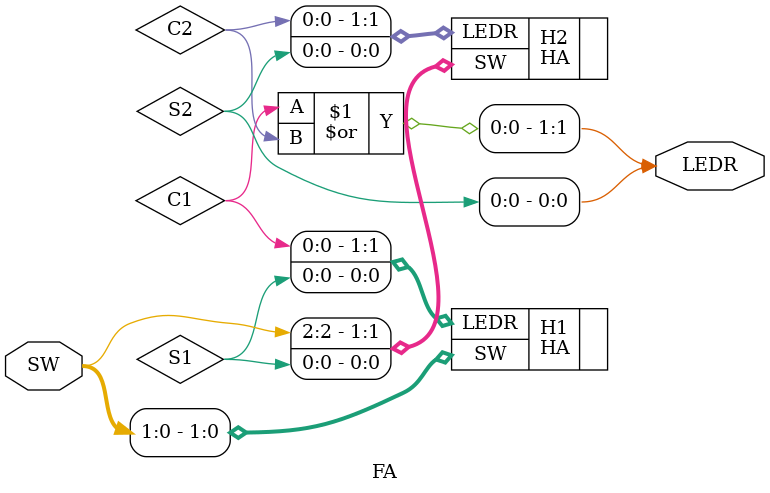
<source format=v>
module FA(LEDR, SW);
  input [2:0] SW;                              // x=SW[0], y=SW[1], cin = SW[2]
  output [1:0] LEDR;                           // S= LEDR[0], C=LEDR[1]
  wire S1, S2, C1, C2;                         // Define four intermediate variables.
  HA H1 (.LEDR({C1, S1}), .SW(SW[1:0]));       // Instantiate first HA.
  HA H2 (.LEDR({C2, S2}), .SW({SW[2], S1}));   // Instantiate second HA. Connect carefully internal wires. 
  assign LEDR[1] = C1 | C2;
  assign LEDR[0] = S2;
endmodule

</source>
